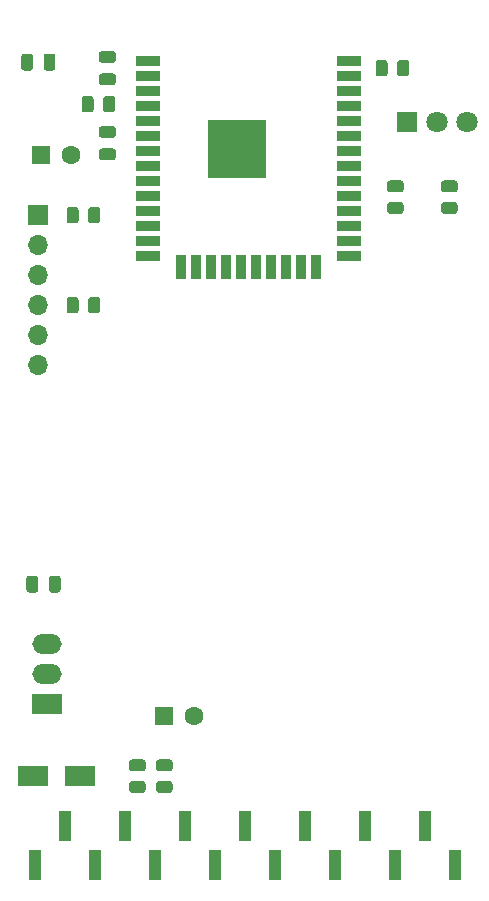
<source format=gbr>
%TF.GenerationSoftware,KiCad,Pcbnew,5.1.9+dfsg1-1*%
%TF.CreationDate,2021-05-25T15:45:51+02:00*%
%TF.ProjectId,vscp-din-wireless-esp32-flat,76736370-2d64-4696-9e2d-776972656c65,rev?*%
%TF.SameCoordinates,Original*%
%TF.FileFunction,Soldermask,Top*%
%TF.FilePolarity,Negative*%
%FSLAX46Y46*%
G04 Gerber Fmt 4.6, Leading zero omitted, Abs format (unit mm)*
G04 Created by KiCad (PCBNEW 5.1.9+dfsg1-1) date 2021-05-25 15:45:51*
%MOMM*%
%LPD*%
G01*
G04 APERTURE LIST*
%ADD10O,2.500000X1.700000*%
%ADD11R,2.500000X1.700000*%
%ADD12R,2.500000X1.800000*%
%ADD13C,1.600000*%
%ADD14R,1.600000X1.600000*%
%ADD15R,1.000000X2.510000*%
%ADD16C,1.800000*%
%ADD17R,1.800000X1.800000*%
%ADD18R,2.000000X0.900000*%
%ADD19R,0.900000X2.000000*%
%ADD20R,5.000000X5.000000*%
%ADD21O,1.700000X1.700000*%
%ADD22R,1.700000X1.700000*%
G04 APERTURE END LIST*
D10*
%TO.C,U2*%
X131064000Y-99568000D03*
X131064000Y-102108000D03*
D11*
X131064000Y-104648000D03*
%TD*%
D12*
%TO.C,D2*%
X129826000Y-110744000D03*
X133826000Y-110744000D03*
%TD*%
%TO.C,C6*%
G36*
G01*
X131194000Y-94963000D02*
X131194000Y-94013000D01*
G75*
G02*
X131444000Y-93763000I250000J0D01*
G01*
X131944000Y-93763000D01*
G75*
G02*
X132194000Y-94013000I0J-250000D01*
G01*
X132194000Y-94963000D01*
G75*
G02*
X131944000Y-95213000I-250000J0D01*
G01*
X131444000Y-95213000D01*
G75*
G02*
X131194000Y-94963000I0J250000D01*
G01*
G37*
G36*
G01*
X129294000Y-94963000D02*
X129294000Y-94013000D01*
G75*
G02*
X129544000Y-93763000I250000J0D01*
G01*
X130044000Y-93763000D01*
G75*
G02*
X130294000Y-94013000I0J-250000D01*
G01*
X130294000Y-94963000D01*
G75*
G02*
X130044000Y-95213000I-250000J0D01*
G01*
X129544000Y-95213000D01*
G75*
G02*
X129294000Y-94963000I0J250000D01*
G01*
G37*
%TD*%
D13*
%TO.C,C5*%
X143470000Y-105664000D03*
D14*
X140970000Y-105664000D03*
%TD*%
%TO.C,R7*%
G36*
G01*
X141420001Y-110344000D02*
X140519999Y-110344000D01*
G75*
G02*
X140270000Y-110094001I0J249999D01*
G01*
X140270000Y-109568999D01*
G75*
G02*
X140519999Y-109319000I249999J0D01*
G01*
X141420001Y-109319000D01*
G75*
G02*
X141670000Y-109568999I0J-249999D01*
G01*
X141670000Y-110094001D01*
G75*
G02*
X141420001Y-110344000I-249999J0D01*
G01*
G37*
G36*
G01*
X141420001Y-112169000D02*
X140519999Y-112169000D01*
G75*
G02*
X140270000Y-111919001I0J249999D01*
G01*
X140270000Y-111393999D01*
G75*
G02*
X140519999Y-111144000I249999J0D01*
G01*
X141420001Y-111144000D01*
G75*
G02*
X141670000Y-111393999I0J-249999D01*
G01*
X141670000Y-111919001D01*
G75*
G02*
X141420001Y-112169000I-249999J0D01*
G01*
G37*
%TD*%
D15*
%TO.C,J1*%
X163068000Y-114931000D03*
X157988000Y-114931000D03*
X152908000Y-114931000D03*
X147828000Y-114931000D03*
X142748000Y-114931000D03*
X137668000Y-114931000D03*
X132588000Y-114931000D03*
X165608000Y-118241000D03*
X160528000Y-118241000D03*
X155448000Y-118241000D03*
X150368000Y-118241000D03*
X145288000Y-118241000D03*
X140208000Y-118241000D03*
X135128000Y-118241000D03*
X130048000Y-118241000D03*
%TD*%
%TO.C,C4*%
G36*
G01*
X129852000Y-49817000D02*
X129852000Y-50767000D01*
G75*
G02*
X129602000Y-51017000I-250000J0D01*
G01*
X129102000Y-51017000D01*
G75*
G02*
X128852000Y-50767000I0J250000D01*
G01*
X128852000Y-49817000D01*
G75*
G02*
X129102000Y-49567000I250000J0D01*
G01*
X129602000Y-49567000D01*
G75*
G02*
X129852000Y-49817000I0J-250000D01*
G01*
G37*
G36*
G01*
X131752000Y-49817000D02*
X131752000Y-50767000D01*
G75*
G02*
X131502000Y-51017000I-250000J0D01*
G01*
X131002000Y-51017000D01*
G75*
G02*
X130752000Y-50767000I0J250000D01*
G01*
X130752000Y-49817000D01*
G75*
G02*
X131002000Y-49567000I250000J0D01*
G01*
X131502000Y-49567000D01*
G75*
G02*
X131752000Y-49817000I0J-250000D01*
G01*
G37*
%TD*%
%TO.C,R6*%
G36*
G01*
X160674000Y-51250001D02*
X160674000Y-50349999D01*
G75*
G02*
X160923999Y-50100000I249999J0D01*
G01*
X161449001Y-50100000D01*
G75*
G02*
X161699000Y-50349999I0J-249999D01*
G01*
X161699000Y-51250001D01*
G75*
G02*
X161449001Y-51500000I-249999J0D01*
G01*
X160923999Y-51500000D01*
G75*
G02*
X160674000Y-51250001I0J249999D01*
G01*
G37*
G36*
G01*
X158849000Y-51250001D02*
X158849000Y-50349999D01*
G75*
G02*
X159098999Y-50100000I249999J0D01*
G01*
X159624001Y-50100000D01*
G75*
G02*
X159874000Y-50349999I0J-249999D01*
G01*
X159874000Y-51250001D01*
G75*
G02*
X159624001Y-51500000I-249999J0D01*
G01*
X159098999Y-51500000D01*
G75*
G02*
X158849000Y-51250001I0J249999D01*
G01*
G37*
%TD*%
D16*
%TO.C,D1*%
X166624000Y-55372000D03*
X164084000Y-55372000D03*
D17*
X161544000Y-55372000D03*
%TD*%
%TO.C,R2*%
G36*
G01*
X165550001Y-61322000D02*
X164649999Y-61322000D01*
G75*
G02*
X164400000Y-61072001I0J249999D01*
G01*
X164400000Y-60546999D01*
G75*
G02*
X164649999Y-60297000I249999J0D01*
G01*
X165550001Y-60297000D01*
G75*
G02*
X165800000Y-60546999I0J-249999D01*
G01*
X165800000Y-61072001D01*
G75*
G02*
X165550001Y-61322000I-249999J0D01*
G01*
G37*
G36*
G01*
X165550001Y-63147000D02*
X164649999Y-63147000D01*
G75*
G02*
X164400000Y-62897001I0J249999D01*
G01*
X164400000Y-62371999D01*
G75*
G02*
X164649999Y-62122000I249999J0D01*
G01*
X165550001Y-62122000D01*
G75*
G02*
X165800000Y-62371999I0J-249999D01*
G01*
X165800000Y-62897001D01*
G75*
G02*
X165550001Y-63147000I-249999J0D01*
G01*
G37*
%TD*%
D18*
%TO.C,U1*%
X156582000Y-50165000D03*
X156582000Y-51435000D03*
X156582000Y-52705000D03*
X156582000Y-53975000D03*
X156582000Y-55245000D03*
X156582000Y-56515000D03*
X156582000Y-57785000D03*
X156582000Y-59055000D03*
X156582000Y-60325000D03*
X156582000Y-61595000D03*
X156582000Y-62865000D03*
X156582000Y-64135000D03*
X156582000Y-65405000D03*
X156582000Y-66675000D03*
D19*
X153797000Y-67675000D03*
X152527000Y-67675000D03*
X151257000Y-67675000D03*
X149987000Y-67675000D03*
X148717000Y-67675000D03*
X147447000Y-67675000D03*
X146177000Y-67675000D03*
X144907000Y-67675000D03*
X143637000Y-67675000D03*
X142367000Y-67675000D03*
D18*
X139582000Y-66675000D03*
X139582000Y-65405000D03*
X139582000Y-64135000D03*
X139582000Y-62865000D03*
X139582000Y-61595000D03*
X139582000Y-60325000D03*
X139582000Y-59055000D03*
X139582000Y-57785000D03*
X139582000Y-56515000D03*
X139582000Y-55245000D03*
X139582000Y-53975000D03*
X139582000Y-52705000D03*
X139582000Y-51435000D03*
X139582000Y-50165000D03*
D20*
X147082000Y-57665000D03*
%TD*%
%TO.C,R8*%
G36*
G01*
X139134001Y-110344000D02*
X138233999Y-110344000D01*
G75*
G02*
X137984000Y-110094001I0J249999D01*
G01*
X137984000Y-109568999D01*
G75*
G02*
X138233999Y-109319000I249999J0D01*
G01*
X139134001Y-109319000D01*
G75*
G02*
X139384000Y-109568999I0J-249999D01*
G01*
X139384000Y-110094001D01*
G75*
G02*
X139134001Y-110344000I-249999J0D01*
G01*
G37*
G36*
G01*
X139134001Y-112169000D02*
X138233999Y-112169000D01*
G75*
G02*
X137984000Y-111919001I0J249999D01*
G01*
X137984000Y-111393999D01*
G75*
G02*
X138233999Y-111144000I249999J0D01*
G01*
X139134001Y-111144000D01*
G75*
G02*
X139384000Y-111393999I0J-249999D01*
G01*
X139384000Y-111919001D01*
G75*
G02*
X139134001Y-112169000I-249999J0D01*
G01*
G37*
%TD*%
%TO.C,R4*%
G36*
G01*
X135782000Y-54298001D02*
X135782000Y-53397999D01*
G75*
G02*
X136031999Y-53148000I249999J0D01*
G01*
X136557001Y-53148000D01*
G75*
G02*
X136807000Y-53397999I0J-249999D01*
G01*
X136807000Y-54298001D01*
G75*
G02*
X136557001Y-54548000I-249999J0D01*
G01*
X136031999Y-54548000D01*
G75*
G02*
X135782000Y-54298001I0J249999D01*
G01*
G37*
G36*
G01*
X133957000Y-54298001D02*
X133957000Y-53397999D01*
G75*
G02*
X134206999Y-53148000I249999J0D01*
G01*
X134732001Y-53148000D01*
G75*
G02*
X134982000Y-53397999I0J-249999D01*
G01*
X134982000Y-54298001D01*
G75*
G02*
X134732001Y-54548000I-249999J0D01*
G01*
X134206999Y-54548000D01*
G75*
G02*
X133957000Y-54298001I0J249999D01*
G01*
G37*
%TD*%
%TO.C,R5*%
G36*
G01*
X133712000Y-62795999D02*
X133712000Y-63696001D01*
G75*
G02*
X133462001Y-63946000I-249999J0D01*
G01*
X132936999Y-63946000D01*
G75*
G02*
X132687000Y-63696001I0J249999D01*
G01*
X132687000Y-62795999D01*
G75*
G02*
X132936999Y-62546000I249999J0D01*
G01*
X133462001Y-62546000D01*
G75*
G02*
X133712000Y-62795999I0J-249999D01*
G01*
G37*
G36*
G01*
X135537000Y-62795999D02*
X135537000Y-63696001D01*
G75*
G02*
X135287001Y-63946000I-249999J0D01*
G01*
X134761999Y-63946000D01*
G75*
G02*
X134512000Y-63696001I0J249999D01*
G01*
X134512000Y-62795999D01*
G75*
G02*
X134761999Y-62546000I249999J0D01*
G01*
X135287001Y-62546000D01*
G75*
G02*
X135537000Y-62795999I0J-249999D01*
G01*
G37*
%TD*%
%TO.C,R3*%
G36*
G01*
X134512000Y-71316001D02*
X134512000Y-70415999D01*
G75*
G02*
X134761999Y-70166000I249999J0D01*
G01*
X135287001Y-70166000D01*
G75*
G02*
X135537000Y-70415999I0J-249999D01*
G01*
X135537000Y-71316001D01*
G75*
G02*
X135287001Y-71566000I-249999J0D01*
G01*
X134761999Y-71566000D01*
G75*
G02*
X134512000Y-71316001I0J249999D01*
G01*
G37*
G36*
G01*
X132687000Y-71316001D02*
X132687000Y-70415999D01*
G75*
G02*
X132936999Y-70166000I249999J0D01*
G01*
X133462001Y-70166000D01*
G75*
G02*
X133712000Y-70415999I0J-249999D01*
G01*
X133712000Y-71316001D01*
G75*
G02*
X133462001Y-71566000I-249999J0D01*
G01*
X132936999Y-71566000D01*
G75*
G02*
X132687000Y-71316001I0J249999D01*
G01*
G37*
%TD*%
%TO.C,R1*%
G36*
G01*
X160978001Y-61322000D02*
X160077999Y-61322000D01*
G75*
G02*
X159828000Y-61072001I0J249999D01*
G01*
X159828000Y-60546999D01*
G75*
G02*
X160077999Y-60297000I249999J0D01*
G01*
X160978001Y-60297000D01*
G75*
G02*
X161228000Y-60546999I0J-249999D01*
G01*
X161228000Y-61072001D01*
G75*
G02*
X160978001Y-61322000I-249999J0D01*
G01*
G37*
G36*
G01*
X160978001Y-63147000D02*
X160077999Y-63147000D01*
G75*
G02*
X159828000Y-62897001I0J249999D01*
G01*
X159828000Y-62371999D01*
G75*
G02*
X160077999Y-62122000I249999J0D01*
G01*
X160978001Y-62122000D01*
G75*
G02*
X161228000Y-62371999I0J-249999D01*
G01*
X161228000Y-62897001D01*
G75*
G02*
X160978001Y-63147000I-249999J0D01*
G01*
G37*
%TD*%
%TO.C,C1*%
G36*
G01*
X136619000Y-50350000D02*
X135669000Y-50350000D01*
G75*
G02*
X135419000Y-50100000I0J250000D01*
G01*
X135419000Y-49600000D01*
G75*
G02*
X135669000Y-49350000I250000J0D01*
G01*
X136619000Y-49350000D01*
G75*
G02*
X136869000Y-49600000I0J-250000D01*
G01*
X136869000Y-50100000D01*
G75*
G02*
X136619000Y-50350000I-250000J0D01*
G01*
G37*
G36*
G01*
X136619000Y-52250000D02*
X135669000Y-52250000D01*
G75*
G02*
X135419000Y-52000000I0J250000D01*
G01*
X135419000Y-51500000D01*
G75*
G02*
X135669000Y-51250000I250000J0D01*
G01*
X136619000Y-51250000D01*
G75*
G02*
X136869000Y-51500000I0J-250000D01*
G01*
X136869000Y-52000000D01*
G75*
G02*
X136619000Y-52250000I-250000J0D01*
G01*
G37*
%TD*%
%TO.C,C3*%
G36*
G01*
X135669000Y-57600000D02*
X136619000Y-57600000D01*
G75*
G02*
X136869000Y-57850000I0J-250000D01*
G01*
X136869000Y-58350000D01*
G75*
G02*
X136619000Y-58600000I-250000J0D01*
G01*
X135669000Y-58600000D01*
G75*
G02*
X135419000Y-58350000I0J250000D01*
G01*
X135419000Y-57850000D01*
G75*
G02*
X135669000Y-57600000I250000J0D01*
G01*
G37*
G36*
G01*
X135669000Y-55700000D02*
X136619000Y-55700000D01*
G75*
G02*
X136869000Y-55950000I0J-250000D01*
G01*
X136869000Y-56450000D01*
G75*
G02*
X136619000Y-56700000I-250000J0D01*
G01*
X135669000Y-56700000D01*
G75*
G02*
X135419000Y-56450000I0J250000D01*
G01*
X135419000Y-55950000D01*
G75*
G02*
X135669000Y-55700000I250000J0D01*
G01*
G37*
%TD*%
D13*
%TO.C,C2*%
X133056000Y-58166000D03*
D14*
X130556000Y-58166000D03*
%TD*%
D21*
%TO.C,J3*%
X130302000Y-75946000D03*
X130302000Y-73406000D03*
X130302000Y-70866000D03*
X130302000Y-68326000D03*
X130302000Y-65786000D03*
D22*
X130302000Y-63246000D03*
%TD*%
M02*

</source>
